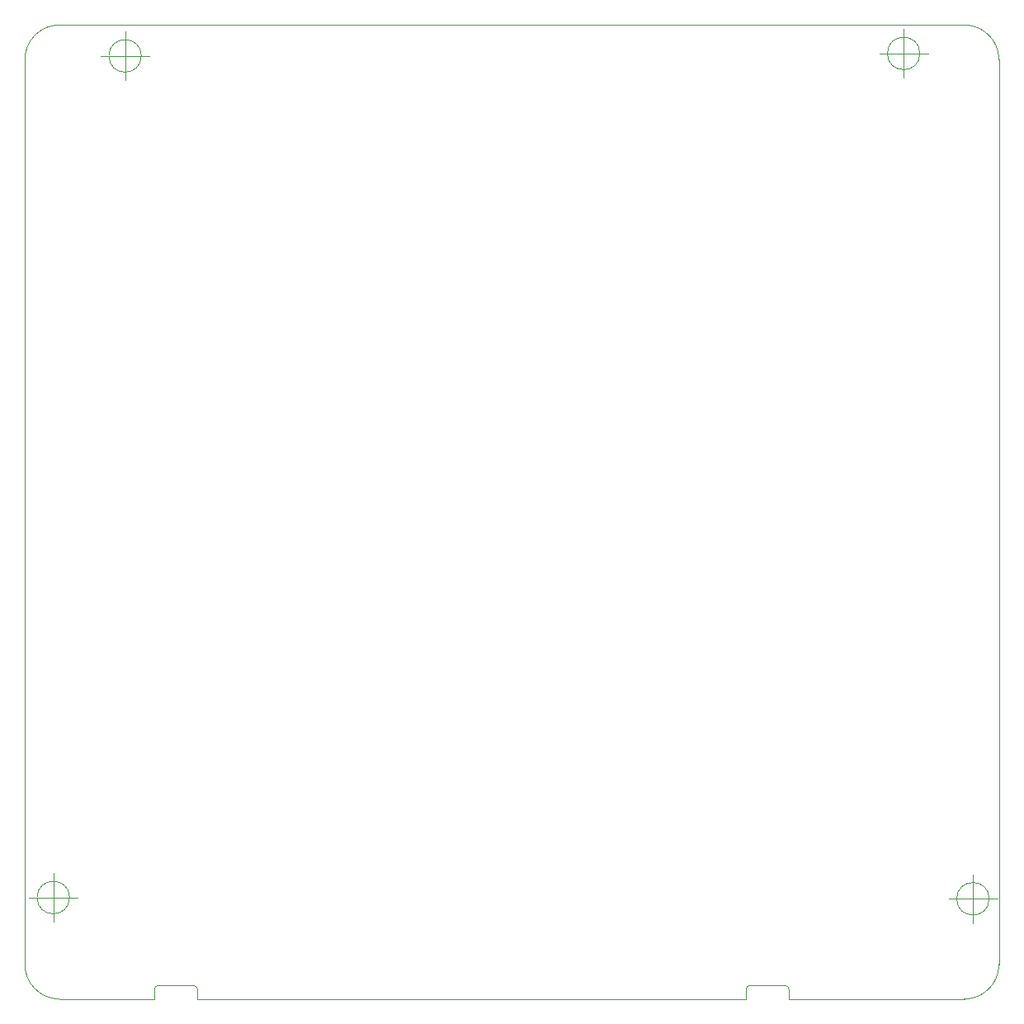
<source format=gbr>
%TF.GenerationSoftware,KiCad,Pcbnew,(6.0.7)*%
%TF.CreationDate,2022-11-03T19:49:37+01:00*%
%TF.ProjectId,headphone amp,68656164-7068-46f6-9e65-20616d702e6b,rev?*%
%TF.SameCoordinates,Original*%
%TF.FileFunction,Profile,NP*%
%FSLAX46Y46*%
G04 Gerber Fmt 4.6, Leading zero omitted, Abs format (unit mm)*
G04 Created by KiCad (PCBNEW (6.0.7)) date 2022-11-03 19:49:37*
%MOMM*%
%LPD*%
G01*
G04 APERTURE LIST*
%TA.AperFunction,Profile*%
%ADD10C,0.100000*%
%TD*%
%TA.AperFunction,Profile*%
%ADD11C,0.120000*%
%TD*%
G04 APERTURE END LIST*
D10*
X109000000Y-150000000D02*
X103556000Y-150000000D01*
X196393000Y-150000000D02*
G75*
G03*
X199949000Y-146444000I0J3556000D01*
G01*
X100000000Y-146444000D02*
X100000000Y-53607000D01*
X199949000Y-53607000D02*
G75*
G03*
X196393000Y-50051000I-3556000J0D01*
G01*
X199949000Y-53607000D02*
X199949000Y-146444000D01*
X100000000Y-146444000D02*
G75*
G03*
X103556000Y-150000000I3556000J0D01*
G01*
X103556000Y-50051000D02*
G75*
G03*
X100000000Y-53607000I0J-3556000D01*
G01*
X196393000Y-150000000D02*
X182700000Y-150000000D01*
X103556000Y-50051000D02*
X196393000Y-50051000D01*
X169700000Y-150000000D02*
X122000000Y-150000000D01*
X111953666Y-53226000D02*
G75*
G03*
X111953666Y-53226000I-1666666J0D01*
G01*
X107787000Y-53226000D02*
X112787000Y-53226000D01*
X110287000Y-50726000D02*
X110287000Y-55726000D01*
X104587666Y-139586000D02*
G75*
G03*
X104587666Y-139586000I-1666666J0D01*
G01*
X100421000Y-139586000D02*
X105421000Y-139586000D01*
X102921000Y-137086000D02*
X102921000Y-142086000D01*
X198948666Y-139713000D02*
G75*
G03*
X198948666Y-139713000I-1666666J0D01*
G01*
X194782000Y-139713000D02*
X199782000Y-139713000D01*
X197282000Y-137213000D02*
X197282000Y-142213000D01*
X191836666Y-52972000D02*
G75*
G03*
X191836666Y-52972000I-1666666J0D01*
G01*
X187670000Y-52972000D02*
X192670000Y-52972000D01*
X190170000Y-50472000D02*
X190170000Y-55472000D01*
D11*
%TO.C,J2*%
X113300000Y-149000000D02*
X113300000Y-150000000D01*
X117700000Y-150000000D02*
X122000000Y-150000000D01*
X113300000Y-150000000D02*
X109000000Y-150000000D01*
X117300000Y-148600000D02*
X113700000Y-148600000D01*
X117700000Y-149000000D02*
X117700000Y-150000000D01*
X113700000Y-148600000D02*
G75*
G03*
X113300000Y-149000000I2J-400002D01*
G01*
X117700000Y-149000000D02*
G75*
G03*
X117300000Y-148600000I-400000J0D01*
G01*
%TO.C,J3*%
X178400000Y-150000000D02*
X182700000Y-150000000D01*
X178000000Y-148600000D02*
X174400000Y-148600000D01*
X178400000Y-149000000D02*
X178400000Y-150000000D01*
X174000000Y-150000000D02*
X169700000Y-150000000D01*
X174000000Y-149000000D02*
X174000000Y-150000000D01*
X178400000Y-149000000D02*
G75*
G03*
X178000000Y-148600000I-400000J0D01*
G01*
X174400000Y-148600000D02*
G75*
G03*
X174000000Y-149000000I2J-400002D01*
G01*
%TD*%
M02*

</source>
